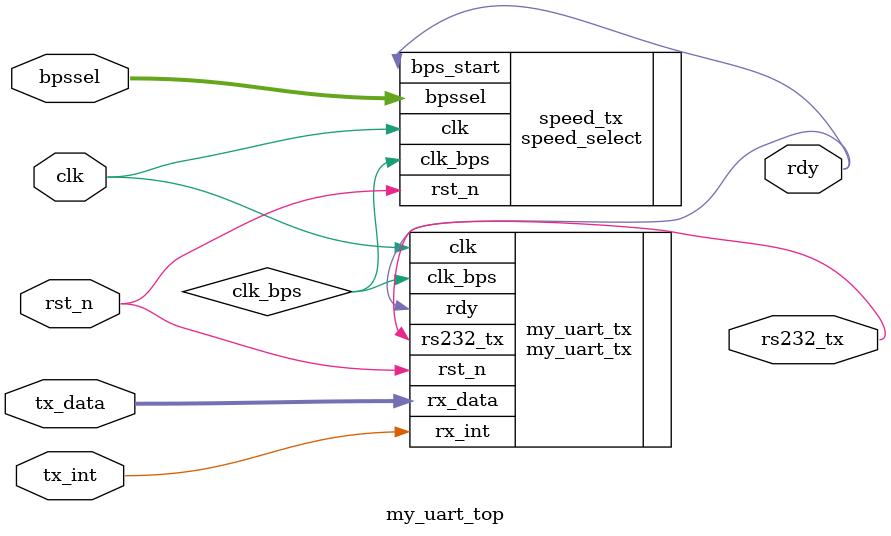
<source format=v>
`timescale 1ns / 1ps
module my_uart_top(
					clk     ,
					rst_n   ,
					bpssel  ,
					tx_int  ,
					tx_data ,
					rs232_tx,
					rdy     
				);

input      clk      ;	  // 50MHzÖ÷Ê±ÖÓ
input      rst_n    ;	  //µÍµçÆ½¸´Î»ÐÅºÅ
input [2:0] bpssel   ;     //²¨ÌØÂÊÑ¡Ôñ
input [7:0] tx_data  ;	  //½ÓÊÕÊý¾Ý¼Ä´æÆ÷£¬±£´æÖ±ÖÁÏÂÒ»¸öÊý¾ÝÀ´µ½
input      tx_int   ;		    

output     rs232_tx ;     //RS232·¢ËÍÊý¾ÝÐÅºÅ
output     rdy      ;

//wire       bps_start;     //½ÓÊÕµ½Êý¾Ýºó£¬²¨ÌØÂÊÊ±ÖÓÆô¶¯ÐÅºÅÖÃÎ»
wire       clk_bps  ;     // clk_bps_r¸ßµçÆ½Îª½ÓÊÕÊý¾ÝÎ»µÄÖÐ¼ä²ÉÑùµã,Í¬Ê±Ò²×÷Îª·¢ËÍÊý¾ÝµÄÊý¾Ý¸Ä±äµã 


//----------------------------------------------------				
speed_select   speed_tx(	
						  .clk      (clk      ),	//²¨ÌØÂÊÑ¡ÔñÄ£¿é
						  .rst_n    (rst_n    ),
						  .bps_start(rdy      ),
						  .bpssel   (bpssel   ),
						  .clk_bps  (clk_bps  )
						);

my_uart_tx	 my_uart_tx(		
						 .clk      (clk       ),	//·¢ËÍÊý¾ÝÄ£¿é
						 .rst_n    (rst_n     ),
						 .rx_data  (tx_data   ),
						 .rx_int   (tx_int    ),
						 .rs232_tx (rs232_tx  ),
						 .clk_bps  (clk_bps   ),
						// .bps_start(bps_start ),
						 .rdy      (rdy       )       
						);

endmodule

</source>
